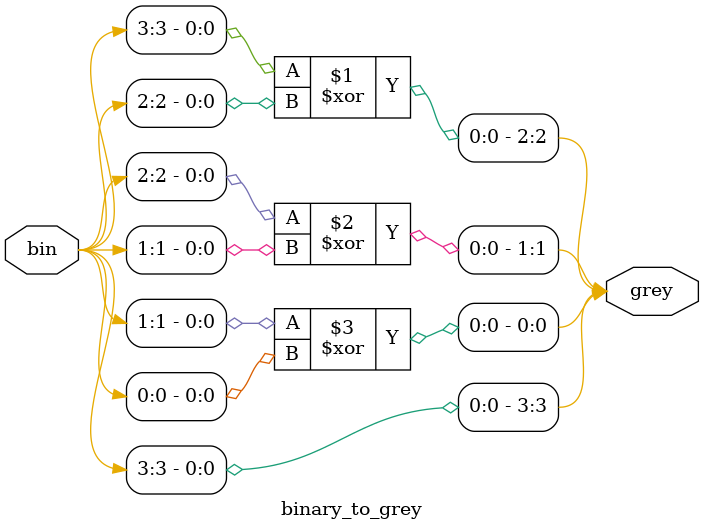
<source format=v>
`timescale 1ns / 1ps
module binary_to_grey(
    input [3:0] bin,
    output [3:0] grey
    );
	 
assign grey[3]= bin[3];
assign grey[2]= bin[3]^bin[2];
assign grey[1]= bin[2]^bin[1];
assign grey[0]= bin[1]^bin[0];

endmodule

</source>
